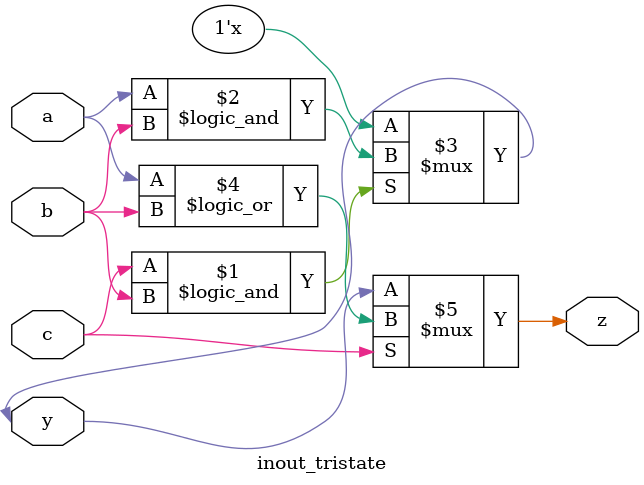
<source format=v>
module inout_tristate (
	input a, b, c,
	inout y,
	output z
);

assign y = c && b ? a && b : 1'bz;
assign z = c ? a || b : y;

endmodule

</source>
